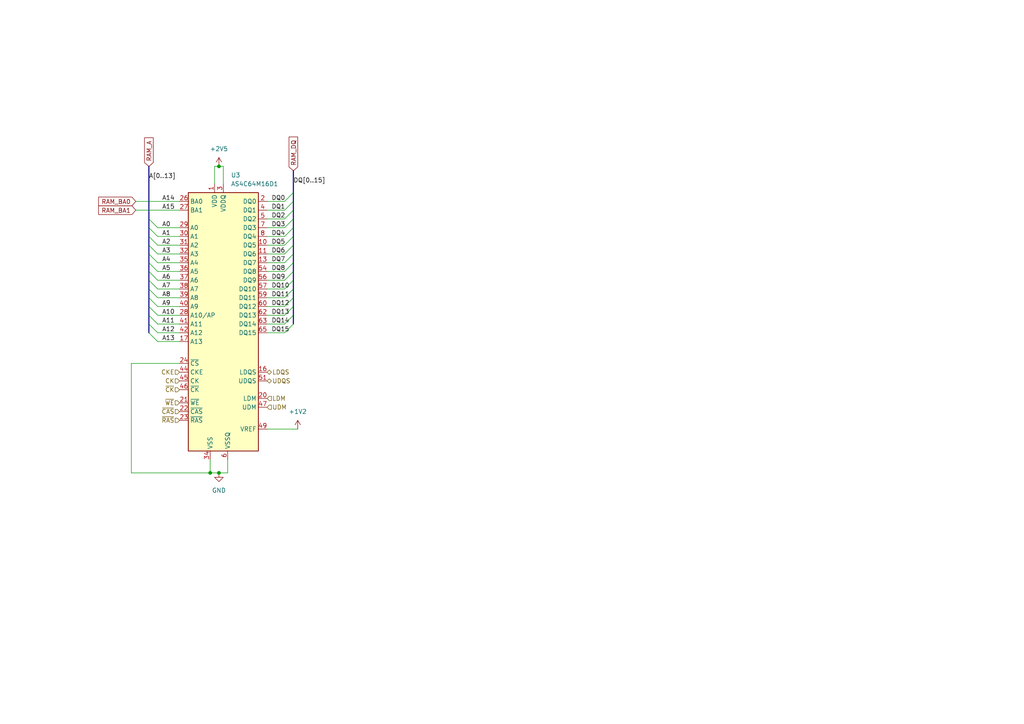
<source format=kicad_sch>
(kicad_sch (version 20230121) (generator eeschema)
  (paper "A4")
  (lib_symbols
    (symbol "endeavour:AS4C64M16D1"
      (property "Reference" "U" (at -7.62 34.29 0))
      (property "Value" "AS4C64M16D1" (at 7.62 34.29 0))
      (symbol "AS4C64M16D1_0_1"
        (rectangle (start -10.16 33.02) (end 10.16 -41.91) (stroke (width 0.254)) (fill (type background)))
      )
      (symbol "AS4C64M16D1_1_0"
        (pin input line (at 12.7 -19.05 180) (length 2.54) (name "LDQS") (number "16"))
        (pin input line (at -12.7 -10.16 0) (length 2.54) (name "A13") (number "17"))
        (pin passive line (at -2.54 35.56 270) (length 2.54) hide (name "VDD") (number "18"))
        (pin no_connect line (at 6.35 -44.45 90) (length 2.54) hide (name "NC") (number "19"))
        (pin input line (at 12.7 -26.67 180) (length 2.54) (name "LDM") (number "20"))
        (pin no_connect line (at 6.35 -44.45 90) (length 2.54) hide (name "NC") (number "25"))
        (pin input line (at -12.7 -24.13 0) (length 2.54) (name "~{CK}") (number "46"))
        (pin input line (at 12.7 -35.56 180) (length 2.54) (name "VREF") (number "49"))
        (pin input line (at 12.7 -21.59 180) (length 2.54) (name "UDQS") (number "51"))
        (pin passive line (at 1.27 -44.45 90) (length 2.54) hide (name "VSSQ") (number "52"))
        (pin no_connect line (at 6.35 -44.45 90) (length 2.54) hide (name "NC") (number "53"))
      )
      (symbol "AS4C64M16D1_1_1"
        (pin power_in line (at -2.54 35.56 270) (length 2.54) (name "VDD") (number "1"))
        (pin bidirectional line (at 12.7 17.78 180) (length 2.54) (name "DQ5") (number "10"))
        (pin bidirectional line (at 12.7 15.24 180) (length 2.54) (name "DQ6") (number "11"))
        (pin passive line (at 1.27 -44.45 90) (length 2.54) hide (name "VSSQ") (number "12"))
        (pin bidirectional line (at 12.7 12.7 180) (length 2.54) (name "DQ7") (number "13"))
        (pin no_connect line (at -2.54 35.56 270) (length 2.54) hide (name "NC") (number "14"))
        (pin power_in line (at 0 35.56 270) (length 2.54) hide (name "VDDQ") (number "15"))
        (pin bidirectional line (at 12.7 30.48 180) (length 2.54) (name "DQ0") (number "2"))
        (pin input line (at -12.7 -27.94 0) (length 2.54) (name "~{WE}") (number "21"))
        (pin input line (at -12.7 -30.48 0) (length 2.54) (name "~{CAS}") (number "22"))
        (pin input line (at -12.7 -33.02 0) (length 2.54) (name "~{RAS}") (number "23"))
        (pin input line (at -12.7 -16.51 0) (length 2.54) (name "~{CS}") (number "24"))
        (pin input line (at -12.7 30.48 0) (length 2.54) (name "BA0") (number "26"))
        (pin input line (at -12.7 27.94 0) (length 2.54) (name "BA1") (number "27"))
        (pin input line (at -12.7 -2.54 0) (length 2.54) (name "A10/AP") (number "28"))
        (pin input line (at -12.7 22.86 0) (length 2.54) (name "A0") (number "29"))
        (pin power_in line (at 0 35.56 270) (length 2.54) (name "VDDQ") (number "3"))
        (pin input line (at -12.7 20.32 0) (length 2.54) (name "A1") (number "30"))
        (pin input line (at -12.7 17.78 0) (length 2.54) (name "A2") (number "31"))
        (pin input line (at -12.7 15.24 0) (length 2.54) (name "A3") (number "32"))
        (pin passive line (at -2.54 35.56 270) (length 2.54) hide (name "VDD") (number "33"))
        (pin power_in line (at -3.81 -44.45 90) (length 2.54) (name "VSS") (number "34"))
        (pin input line (at -12.7 12.7 0) (length 2.54) (name "A4") (number "35"))
        (pin input line (at -12.7 10.16 0) (length 2.54) (name "A5") (number "36"))
        (pin input line (at -12.7 7.62 0) (length 2.54) (name "A6") (number "37"))
        (pin input line (at -12.7 5.08 0) (length 2.54) (name "A7") (number "38"))
        (pin input line (at -12.7 2.54 0) (length 2.54) (name "A8") (number "39"))
        (pin bidirectional line (at 12.7 27.94 180) (length 2.54) (name "DQ1") (number "4"))
        (pin input line (at -12.7 0 0) (length 2.54) (name "A9") (number "40"))
        (pin input line (at -12.7 -5.08 0) (length 2.54) (name "A11") (number "41"))
        (pin input line (at -12.7 -7.62 0) (length 2.54) (name "A12") (number "42"))
        (pin no_connect line (at 6.35 -44.45 90) (length 2.54) hide (name "NC") (number "43"))
        (pin input line (at -12.7 -19.05 0) (length 2.54) (name "CKE") (number "44"))
        (pin input line (at -12.7 -21.59 0) (length 2.54) (name "CK") (number "45"))
        (pin input line (at 12.7 -29.21 180) (length 2.54) (name "UDM") (number "47"))
        (pin passive line (at -3.81 -44.45 90) (length 2.54) hide (name "VSS") (number "48"))
        (pin bidirectional line (at 12.7 25.4 180) (length 2.54) (name "DQ2") (number "5"))
        (pin no_connect line (at 6.35 -44.45 90) (length 2.54) hide (name "NC") (number "50"))
        (pin bidirectional line (at 12.7 10.16 180) (length 2.54) (name "DQ8") (number "54"))
        (pin passive line (at 0 35.56 270) (length 2.54) hide (name "VDDQ") (number "55"))
        (pin bidirectional line (at 12.7 7.62 180) (length 2.54) (name "DQ9") (number "56"))
        (pin bidirectional line (at 12.7 5.08 180) (length 2.54) (name "DQ10") (number "57"))
        (pin passive line (at 1.27 -44.45 90) (length 2.54) hide (name "VSSQ") (number "58"))
        (pin bidirectional line (at 12.7 2.54 180) (length 2.54) (name "DQ11") (number "59"))
        (pin power_in line (at 1.27 -44.45 90) (length 2.54) (name "VSSQ") (number "6"))
        (pin bidirectional line (at 12.7 0 180) (length 2.54) (name "DQ12") (number "60"))
        (pin passive line (at 0 35.56 270) (length 2.54) hide (name "VDDQ") (number "61"))
        (pin bidirectional line (at 12.7 -2.54 180) (length 2.54) (name "DQ13") (number "62"))
        (pin bidirectional line (at 12.7 -5.08 180) (length 2.54) (name "DQ14") (number "63"))
        (pin passive line (at 1.27 -44.45 90) (length 2.54) hide (name "VSSQ") (number "64"))
        (pin bidirectional line (at 12.7 -7.62 180) (length 2.54) (name "DQ15") (number "65"))
        (pin passive line (at -3.81 -44.45 90) (length 2.54) hide (name "VSS") (number "66"))
        (pin bidirectional line (at 12.7 22.86 180) (length 2.54) (name "DQ3") (number "7"))
        (pin bidirectional line (at 12.7 20.32 180) (length 2.54) (name "DQ4") (number "8"))
        (pin passive line (at 0 35.56 270) (length 2.54) hide (name "VDDQ") (number "9"))
      )
    )
    (symbol "power:+1V2" (power) (pin_names (offset 0))
      (property "Value" "+1V2" (at 0 3.556 0))
      (symbol "+1V2_0_1"
        (polyline (pts (xy -0.762 1.27) (xy 0 2.54)))
        (polyline (pts (xy 0 0) (xy 0 2.54)))
        (polyline (pts (xy 0 2.54) (xy 0.762 1.27)))
      )
      (symbol "+1V2_1_1"
        (pin power_in line (at 0 0 90) (length 0) hide (name "+1V2") (number "1"))
      )
    )
    (symbol "power:+2V5" (power) (pin_names (offset 0))
      (property "Value" "+2V5" (at 0 3.556 0))
      (symbol "+2V5_0_1"
        (polyline (pts (xy -0.762 1.27) (xy 0 2.54)))
        (polyline (pts (xy 0 0) (xy 0 2.54)))
        (polyline (pts (xy 0 2.54) (xy 0.762 1.27)))
      )
      (symbol "+2V5_1_1"
        (pin power_in line (at 0 0 90) (length 0) hide (name "+2V5") (number "1"))
      )
    )
    (symbol "power:GND" (power) (pin_names (offset 0))
      (property "Value" "GND" (at 0 -3.81 0))
      (symbol "GND_0_1"
        (polyline (pts (xy 0 0) (xy 0 -1.27) (xy 1.27 -1.27) (xy 0 -2.54) (xy -1.27 -1.27) (xy 0 -1.27)))
      )
      (symbol "GND_1_1"
        (pin power_in line (at 0 0 270) (length 0) hide (name "GND") (number "1"))
      )
    )
  )
  (junction (at 63.5 48.26))
  (junction (at 60.96 137.16))
  (junction (at 63.5 137.16))
  (bus_entry (at 43.18 76.2) (size 2.54 2.54))
  (bus_entry (at 43.18 91.44) (size 2.54 2.54))
  (bus_entry (at 85.09 66.04) (size -2.54 2.54))
  (bus_entry (at 85.09 63.5) (size -2.54 2.54))
  (bus_entry (at 85.09 86.36) (size -2.54 2.54))
  (bus_entry (at 85.09 88.9) (size -2.54 2.54))
  (bus_entry (at 43.18 68.58) (size 2.54 2.54))
  (bus_entry (at 43.18 86.36) (size 2.54 2.54))
  (bus_entry (at 85.09 83.82) (size -2.54 2.54))
  (bus_entry (at 43.18 66.04) (size 2.54 2.54))
  (bus_entry (at 85.09 93.98) (size -2.54 2.54))
  (bus_entry (at 85.09 58.42) (size -2.54 2.54))
  (bus_entry (at 43.18 88.9) (size 2.54 2.54))
  (bus_entry (at 85.09 60.96) (size -2.54 2.54))
  (bus_entry (at 85.09 73.66) (size -2.54 2.54))
  (bus_entry (at 43.18 73.66) (size 2.54 2.54))
  (bus_entry (at 43.18 63.5) (size 2.54 2.54))
  (bus_entry (at 85.09 81.28) (size -2.54 2.54))
  (bus_entry (at 43.18 96.52) (size 2.54 2.54))
  (bus_entry (at 85.09 78.74) (size -2.54 2.54))
  (bus_entry (at 85.09 71.12) (size -2.54 2.54))
  (bus_entry (at 85.09 68.58) (size -2.54 2.54))
  (bus_entry (at 43.18 71.12) (size 2.54 2.54))
  (bus_entry (at 85.09 91.44) (size -2.54 2.54))
  (bus_entry (at 43.18 78.74) (size 2.54 2.54))
  (bus_entry (at 85.09 76.2) (size -2.54 2.54))
  (bus_entry (at 43.18 93.98) (size 2.54 2.54))
  (bus_entry (at 43.18 83.82) (size 2.54 2.54))
  (bus_entry (at 85.09 55.88) (size -2.54 2.54))
  (bus_entry (at 43.18 81.28) (size 2.54 2.54))
  (wire (pts (xy 77.47 86.36) (xy 82.55 86.36)))
  (wire (pts (xy 45.72 76.2) (xy 52.07 76.2)))
  (wire (pts (xy 66.04 137.16) (xy 66.04 133.35)))
  (wire (pts (xy 45.72 88.9) (xy 52.07 88.9)))
  (wire (pts (xy 77.47 58.42) (xy 82.55 58.42)))
  (wire (pts (xy 45.72 66.04) (xy 52.07 66.04)))
  (bus (pts (xy 43.18 83.82) (xy 43.18 86.36)))
  (wire (pts (xy 77.47 93.98) (xy 82.55 93.98)))
  (wire (pts (xy 45.72 78.74) (xy 52.07 78.74)))
  (wire (pts (xy 60.96 133.35) (xy 60.96 137.16)))
  (wire (pts (xy 45.72 91.44) (xy 52.07 91.44)))
  (wire (pts (xy 77.47 96.52) (xy 82.55 96.52)))
  (bus (pts (xy 85.09 63.5) (xy 85.09 66.04)))
  (wire (pts (xy 77.47 88.9) (xy 82.55 88.9)))
  (wire (pts (xy 39.37 60.96) (xy 52.07 60.96)))
  (wire (pts (xy 45.72 86.36) (xy 52.07 86.36)))
  (wire (pts (xy 62.23 53.34) (xy 62.23 48.26)))
  (bus (pts (xy 85.09 81.28) (xy 85.09 83.82)))
  (wire (pts (xy 38.1 105.41) (xy 52.07 105.41)))
  (wire (pts (xy 60.96 137.16) (xy 63.5 137.16)))
  (wire (pts (xy 77.47 68.58) (xy 82.55 68.58)))
  (wire (pts (xy 77.47 91.44) (xy 82.55 91.44)))
  (bus (pts (xy 43.18 73.66) (xy 43.18 76.2)))
  (wire (pts (xy 39.37 58.42) (xy 52.07 58.42)))
  (wire (pts (xy 63.5 137.16) (xy 66.04 137.16)))
  (wire (pts (xy 77.47 60.96) (xy 82.55 60.96)))
  (bus (pts (xy 85.09 66.04) (xy 85.09 68.58)))
  (wire (pts (xy 77.47 124.46) (xy 86.36 124.46)))
  (wire (pts (xy 63.5 48.26) (xy 64.77 48.26)))
  (wire (pts (xy 45.72 93.98) (xy 52.07 93.98)))
  (bus (pts (xy 85.09 49.53) (xy 85.09 55.88)))
  (wire (pts (xy 77.47 76.2) (xy 82.55 76.2)))
  (wire (pts (xy 77.47 83.82) (xy 82.55 83.82)))
  (bus (pts (xy 85.09 86.36) (xy 85.09 88.9)))
  (wire (pts (xy 45.72 73.66) (xy 52.07 73.66)))
  (bus (pts (xy 43.18 93.98) (xy 43.18 96.52)))
  (bus (pts (xy 85.09 91.44) (xy 85.09 93.98)))
  (bus (pts (xy 85.09 60.96) (xy 85.09 63.5)))
  (bus (pts (xy 43.18 71.12) (xy 43.18 73.66)))
  (bus (pts (xy 85.09 78.74) (xy 85.09 81.28)))
  (bus (pts (xy 85.09 76.2) (xy 85.09 78.74)))
  (bus (pts (xy 43.18 81.28) (xy 43.18 83.82)))
  (bus (pts (xy 43.18 86.36) (xy 43.18 88.9)))
  (wire (pts (xy 77.47 63.5) (xy 82.55 63.5)))
  (bus (pts (xy 85.09 88.9) (xy 85.09 91.44)))
  (bus (pts (xy 43.18 48.26) (xy 43.18 63.5)))
  (bus (pts (xy 43.18 63.5) (xy 43.18 66.04)))
  (wire (pts (xy 45.72 99.06) (xy 52.07 99.06)))
  (wire (pts (xy 45.72 81.28) (xy 52.07 81.28)))
  (bus (pts (xy 43.18 66.04) (xy 43.18 68.58)))
  (wire (pts (xy 77.47 71.12) (xy 82.55 71.12)))
  (wire (pts (xy 38.1 137.16) (xy 60.96 137.16)))
  (bus (pts (xy 85.09 68.58) (xy 85.09 71.12)))
  (wire (pts (xy 45.72 68.58) (xy 52.07 68.58)))
  (bus (pts (xy 43.18 88.9) (xy 43.18 91.44)))
  (bus (pts (xy 43.18 76.2) (xy 43.18 78.74)))
  (wire (pts (xy 77.47 81.28) (xy 82.55 81.28)))
  (wire (pts (xy 77.47 73.66) (xy 82.55 73.66)))
  (bus (pts (xy 85.09 58.42) (xy 85.09 60.96)))
  (bus (pts (xy 85.09 71.12) (xy 85.09 73.66)))
  (bus (pts (xy 43.18 91.44) (xy 43.18 93.98)))
  (wire (pts (xy 62.23 48.26) (xy 63.5 48.26)))
  (bus (pts (xy 85.09 55.88) (xy 85.09 58.42)))
  (bus (pts (xy 85.09 83.82) (xy 85.09 86.36)))
  (bus (pts (xy 43.18 68.58) (xy 43.18 71.12)))
  (wire (pts (xy 45.72 96.52) (xy 52.07 96.52)))
  (wire (pts (xy 45.72 71.12) (xy 52.07 71.12)))
  (wire (pts (xy 77.47 66.04) (xy 82.55 66.04)))
  (wire (pts (xy 64.77 48.26) (xy 64.77 53.34)))
  (wire (pts (xy 77.47 78.74) (xy 82.55 78.74)))
  (bus (pts (xy 85.09 73.66) (xy 85.09 76.2)))
  (wire (pts (xy 45.72 83.82) (xy 52.07 83.82)))
  (bus (pts (xy 43.18 78.74) (xy 43.18 81.28)))
  (wire (pts (xy 38.1 105.41) (xy 38.1 137.16)))
  (label "A14" (at 46.99 58.42 0))
  (label "A7" (at 46.99 83.82 0))
  (label "A12" (at 46.99 96.52 0))
  (label "DQ11" (at 78.74 86.36 0))
  (label "A8" (at 46.99 86.36 0))
  (label "A1" (at 46.99 68.58 0))
  (label "DQ8" (at 78.74 78.74 0))
  (label "DQ2" (at 78.74 63.5 0))
  (label "A5" (at 46.99 78.74 0))
  (label "A10" (at 46.99 91.44 0))
  (label "A[0..13]" (at 43.18 52.07 0))
  (label "DQ13" (at 78.74 91.44 0))
  (label "A13" (at 46.99 99.06 0))
  (label "DQ5" (at 78.74 71.12 0))
  (label "DQ6" (at 78.74 73.66 0))
  (label "A4" (at 46.99 76.2 0))
  (label "DQ1" (at 78.74 60.96 0))
  (label "A3" (at 46.99 73.66 0))
  (label "DQ0" (at 78.74 58.42 0))
  (label "DQ12" (at 78.74 88.9 0))
  (label "DQ14" (at 78.74 93.98 0))
  (label "DQ[0..15]" (at 85.09 53.34 0))
  (label "A0" (at 46.99 66.04 0))
  (label "DQ4" (at 78.74 68.58 0))
  (label "A15" (at 46.99 60.96 0))
  (label "DQ7" (at 78.74 76.2 0))
  (label "DQ3" (at 78.74 66.04 0))
  (label "A9" (at 46.99 88.9 0))
  (label "DQ10" (at 78.74 83.82 0))
  (label "A2" (at 46.99 71.12 0))
  (label "A6" (at 46.99 81.28 0))
  (label "DQ9" (at 78.74 81.28 0))
  (label "A11" (at 46.99 93.98 0))
  (label "DQ15" (at 78.74 96.52 0))
  (global_label "RAM_A" (shape input) (at 43.18 48.26 90) (property "Intersheetrefs" "${INTERSHEET_REFS}" (effects hide)))
  (global_label "RAM_BA0" (shape input) (at 39.37 58.42 180) (property "Intersheetrefs" "${INTERSHEET_REFS}" (effects hide)))
  (global_label "RAM_DQ" (shape input) (at 85.09 49.53 90) (property "Intersheetrefs" "${INTERSHEET_REFS}" (effects hide)))
  (global_label "RAM_BA1" (shape input) (at 39.37 60.96 180) (property "Intersheetrefs" "${INTERSHEET_REFS}" (effects hide)))
  (hierarchical_label "~{RAS}" (shape input) (at 52.07 121.92 180))
  (hierarchical_label "~{WE}" (shape input) (at 52.07 116.84 180))
  (hierarchical_label "~{CAS}" (shape input) (at 52.07 119.38 180))
  (hierarchical_label "LDQS" (shape bidirectional) (at 77.47 107.95 0))
  (hierarchical_label "UDM" (shape input) (at 77.47 118.11 0))
  (hierarchical_label "UDQS" (shape bidirectional) (at 77.47 110.49 0))
  (hierarchical_label "CKE" (shape input) (at 52.07 107.95 180))
  (hierarchical_label "CK" (shape input) (at 52.07 110.49 180))
  (hierarchical_label "LDM" (shape input) (at 77.47 115.57 0))
  (hierarchical_label "~{CK}" (shape input) (at 52.07 113.03 180))
  (symbol (lib_id "power:+1V2") (at 86.36 124.46 0) (unit 1)
    (property "Reference" "#PWR012" (effects hide))
    (property "Value" "+1V2" (at 86.36 119.38 0))
  )
  (symbol (lib_id "power:GND") (at 63.5 137.16 0) (unit 1)
    (property "Reference" "#PWR010" (effects hide))
    (property "Value" "GND" (at 63.5 142.24 0))
  )
  (symbol (lib_id "endeavour:AS4C64M16D1") (at 64.77 88.9 0) (unit 1)
    (property "Reference" "U3" (at 66.9641 50.8 0) (effects (justify left)))
    (property "Value" "AS4C64M16D1" (at 66.9641 53.34 0) (effects (justify left)))
    (property "Footprint" "endeavour:TSOP66-400" (effects hide))
    (property "Datasheet" "https://www.alliancememory.com/wp-content/uploads/pdf/ddr1/1GB-AS4C64M16D1.pdf" (effects hide))
  )
  (symbol (lib_id "power:+2V5") (at 63.5 48.26 0) (unit 1)
    (property "Reference" "#PWR011" (effects hide))
    (property "Value" "+2V5" (at 63.5 43.18 0))
  )
)
</source>
